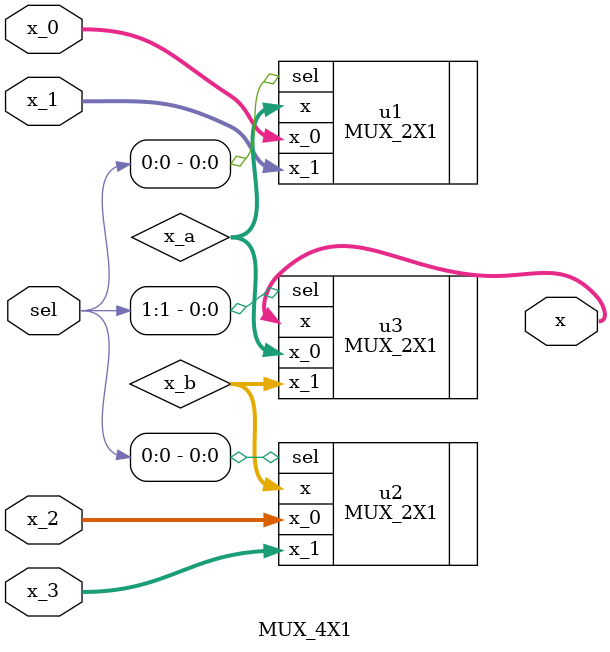
<source format=sv>
module MUX_4X1 #(parameter width = 320)
	(
        input [width - 1:0] x_0,
	 	input [width - 1:0] x_1,
	 	input [width - 1:0] x_2,
	 	input [width - 1:0] x_3,
		input [1:0] sel,
		output logic [width - 1:0] x
	 );
	
logic [width - 1:0] x_a,x_b;

MUX_2X1 #(width) u1 (.x_0(x_0), .x_1(x_1), .sel(sel[0]), .x(x_a));
MUX_2X1 #(width) u2 (.x_0(x_2), .x_1(x_3), .sel(sel[0]), .x(x_b));
MUX_2X1 #(width) u3 (.x_0(x_a), .x_1(x_b), .sel(sel[1]), .x(x));

endmodule






</source>
